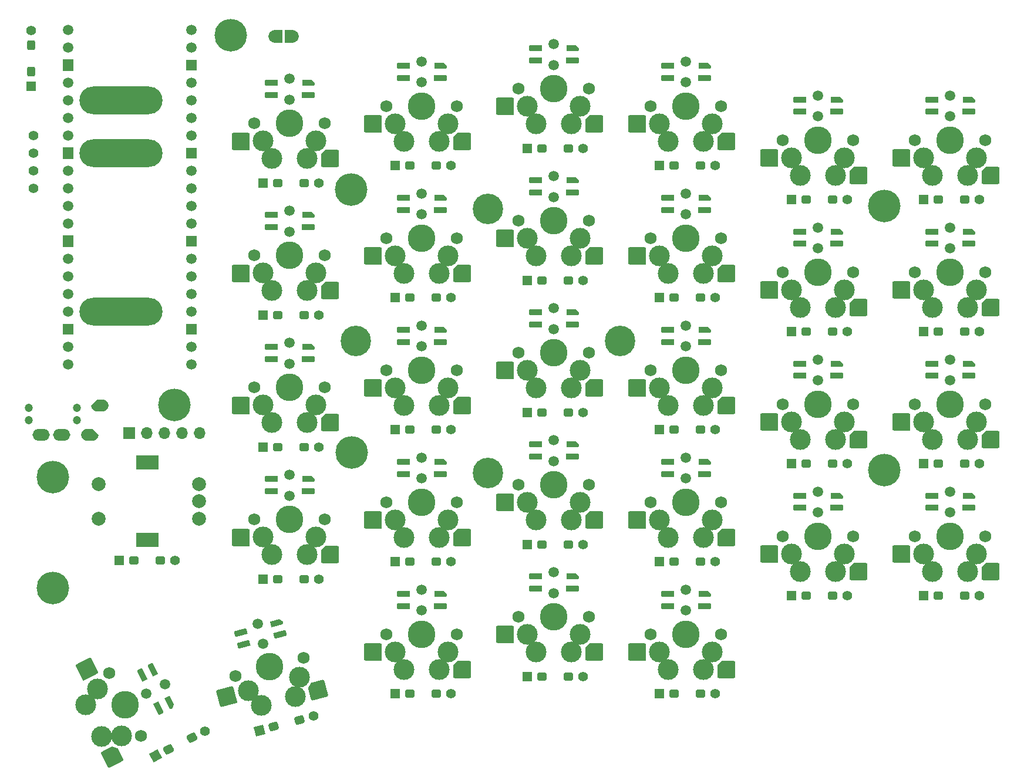
<source format=gts>
G04 #@! TF.GenerationSoftware,KiCad,Pcbnew,(7.0.0-0)*
G04 #@! TF.CreationDate,2023-05-29T18:30:05-07:00*
G04 #@! TF.ProjectId,sofel_v3b,736f6665-6c5f-4763-9362-2e6b69636164,rev?*
G04 #@! TF.SameCoordinates,Original*
G04 #@! TF.FileFunction,Soldermask,Top*
G04 #@! TF.FilePolarity,Negative*
%FSLAX46Y46*%
G04 Gerber Fmt 4.6, Leading zero omitted, Abs format (unit mm)*
G04 Created by KiCad (PCBNEW (7.0.0-0)) date 2023-05-29 18:30:05*
%MOMM*%
%LPD*%
G01*
G04 APERTURE LIST*
G04 Aperture macros list*
%AMRoundRect*
0 Rectangle with rounded corners*
0 $1 Rounding radius*
0 $2 $3 $4 $5 $6 $7 $8 $9 X,Y pos of 4 corners*
0 Add a 4 corners polygon primitive as box body*
4,1,4,$2,$3,$4,$5,$6,$7,$8,$9,$2,$3,0*
0 Add four circle primitives for the rounded corners*
1,1,$1+$1,$2,$3*
1,1,$1+$1,$4,$5*
1,1,$1+$1,$6,$7*
1,1,$1+$1,$8,$9*
0 Add four rect primitives between the rounded corners*
20,1,$1+$1,$2,$3,$4,$5,0*
20,1,$1+$1,$4,$5,$6,$7,0*
20,1,$1+$1,$6,$7,$8,$9,0*
20,1,$1+$1,$8,$9,$2,$3,0*%
%AMRotRect*
0 Rectangle, with rotation*
0 The origin of the aperture is its center*
0 $1 length*
0 $2 width*
0 $3 Rotation angle, in degrees counterclockwise*
0 Add horizontal line*
21,1,$1,$2,0,0,$3*%
%AMFreePoly0*
4,1,28,-0.850000,0.400000,-0.842219,0.514750,-0.797860,0.693119,-0.716195,0.857783,-0.601041,1.001041,-0.457783,1.116195,-0.293119,1.197860,-0.114750,1.242219,0.000000,1.250000,0.850000,0.400000,0.850000,-0.400000,0.842219,-0.514750,0.797860,-0.693119,0.716195,-0.857783,0.601041,-1.001041,0.457783,-1.116195,0.293119,-1.197860,0.114750,-1.242219,0.000000,-1.250000,-0.114750,-1.242219,
-0.293119,-1.197860,-0.457783,-1.116195,-0.601041,-1.001041,-0.716195,-0.857783,-0.797860,-0.693119,-0.842219,-0.514750,-0.850000,-0.400000,-0.850000,0.400000,-0.850000,0.400000,$1*%
%AMFreePoly1*
4,1,28,-0.850000,0.400000,-0.842219,0.514750,-0.797860,0.693119,-0.716195,0.857783,-0.601041,1.001041,-0.457783,1.116195,-0.293119,1.197860,-0.114750,1.242219,0.000000,1.250000,0.114750,1.242219,0.293119,1.197860,0.457783,1.116195,0.601041,1.001041,0.716195,0.857783,0.797860,0.693119,0.842219,0.514750,0.850000,0.400000,0.850000,-0.400000,0.000000,-1.250000,-0.114750,-1.242219,
-0.293119,-1.197860,-0.457783,-1.116195,-0.601041,-1.001041,-0.716195,-0.857783,-0.797860,-0.693119,-0.842219,-0.514750,-0.850000,-0.400000,-0.850000,0.400000,-0.850000,0.400000,$1*%
%AMFreePoly2*
4,1,21,-1.000000,0.000000,-0.988920,0.140791,-0.940222,0.322531,-0.854804,0.490175,-0.736396,0.636396,-0.590175,0.754804,-0.422531,0.840222,-0.240791,0.888920,-0.100000,0.900000,1.000000,0.900000,1.000000,-0.900000,-0.100000,-0.900000,-0.240791,-0.888920,-0.422531,-0.840222,-0.590175,-0.754804,-0.736396,-0.636396,-0.854804,-0.490175,-0.940222,-0.322531,-0.988920,-0.140791,-1.000000,0.000000,
-1.000000,0.000000,-1.000000,0.000000,$1*%
%AMFreePoly3*
4,1,20,-1.000000,0.900000,0.100000,0.900000,0.240791,0.888920,0.422531,0.840222,0.590175,0.754804,0.736396,0.636396,0.854804,0.490175,0.940222,0.322531,0.988920,0.140791,1.000000,0.000000,0.988920,-0.140791,0.940222,-0.322531,0.854804,-0.490175,0.736396,-0.636396,0.590175,-0.754804,0.422531,-0.840222,0.240791,-0.888920,0.100000,-0.900000,-1.000000,-0.900000,-1.000000,0.900000,
-1.000000,0.900000,$1*%
%AMFreePoly4*
4,1,13,-0.909999,0.212500,-0.893823,0.293820,-0.847759,0.362760,-0.778819,0.408824,-0.697499,0.425000,0.909999,0.425000,0.909999,-0.425000,-0.697499,-0.425000,-0.778819,-0.408824,-0.847759,-0.362760,-0.893823,-0.293820,-0.909999,-0.212500,-0.909999,0.212500,-0.909999,0.212500,$1*%
%AMFreePoly5*
4,1,13,-0.914999,0.212500,-0.898823,0.293820,-0.852759,0.362760,-0.783819,0.408824,-0.702499,0.425000,0.914999,0.425000,0.914999,-0.425000,-0.702499,-0.425000,-0.783819,-0.408824,-0.852759,-0.362760,-0.898823,-0.293820,-0.914999,-0.212500,-0.914999,0.212500,-0.914999,0.212500,$1*%
%AMFreePoly6*
4,1,18,-0.744993,0.210051,-0.729004,0.290434,-0.683470,0.358580,-0.615324,0.404114,-0.534941,0.420103,0.534941,0.420103,0.615324,0.404114,0.683470,0.358580,0.729004,0.290434,0.744993,0.210051,0.744993,-0.210051,0.729004,-0.290434,0.683470,-0.358580,0.615324,-0.404114,0.534941,-0.420103,-0.324890,-0.420103,-0.744993,0.000000,-0.744993,0.210051,-0.744993,0.210051,$1*%
%AMFreePoly7*
4,1,18,-1.275000,0.630000,-0.645000,1.260000,1.023000,1.260000,1.119436,1.240818,1.201191,1.186191,1.255818,1.104436,1.275000,1.008000,1.275000,-1.008000,1.255818,-1.104436,1.201191,-1.186191,1.119436,-1.240818,1.023000,-1.260000,-1.023000,-1.260000,-1.119436,-1.240818,-1.201191,-1.186191,-1.255818,-1.104436,-1.275000,-1.008000,-1.275000,0.630000,-1.275000,0.630000,$1*%
%AMFreePoly8*
4,1,17,-1.275000,1.008000,-1.255818,1.104436,-1.201191,1.186191,-1.119436,1.240818,-1.023000,1.260000,1.023000,1.260000,1.119436,1.240818,1.201191,1.186191,1.255818,1.104436,1.275000,1.008000,1.275000,-1.260000,-1.023000,-1.260000,-1.119436,-1.240818,-1.201191,-1.186191,-1.255818,-1.104436,-1.275000,-1.008000,-1.275000,1.008000,-1.275000,1.008000,$1*%
G04 Aperture macros list end*
%ADD10C,1.200000*%
%ADD11FreePoly0,90.000000*%
%ADD12FreePoly1,90.000000*%
%ADD13O,2.500000X1.700000*%
%ADD14C,1.397000*%
%ADD15C,2.000000*%
%ADD16R,3.200000X2.000000*%
%ADD17C,4.700000*%
%ADD18R,1.700000X1.700000*%
%ADD19O,1.700000X1.700000*%
%ADD20FreePoly2,180.000000*%
%ADD21FreePoly3,180.000000*%
%ADD22C,4.400000*%
%ADD23R,1.400000X1.400000*%
%ADD24RoundRect,0.300000X-0.400000X-0.300000X0.400000X-0.300000X0.400000X0.300000X-0.400000X0.300000X0*%
%ADD25C,1.400000*%
%ADD26RotRect,1.400000X1.400000X27.000000*%
%ADD27RoundRect,0.300000X-0.220205X-0.448898X0.492600X-0.085706X0.220205X0.448898X-0.492600X0.085706X0*%
%ADD28C,1.750000*%
%ADD29C,3.000000*%
%ADD30FreePoly4,0.000000*%
%ADD31FreePoly5,0.000000*%
%ADD32C,1.500000*%
%ADD33C,3.987800*%
%ADD34R,1.379987X0.840206*%
%ADD35FreePoly5,180.000000*%
%ADD36FreePoly6,180.000000*%
%ADD37FreePoly7,0.000000*%
%ADD38FreePoly8,0.000000*%
%ADD39FreePoly4,297.000000*%
%ADD40FreePoly5,297.000000*%
%ADD41RotRect,1.379987X0.840206X117.000000*%
%ADD42FreePoly5,117.000000*%
%ADD43FreePoly6,117.000000*%
%ADD44FreePoly7,297.000000*%
%ADD45FreePoly8,297.000000*%
%ADD46FreePoly4,15.000000*%
%ADD47FreePoly5,15.000000*%
%ADD48RotRect,1.379987X0.840206X195.000000*%
%ADD49FreePoly5,195.000000*%
%ADD50FreePoly6,195.000000*%
%ADD51FreePoly7,15.000000*%
%ADD52FreePoly8,15.000000*%
%ADD53RotRect,1.400000X1.400000X15.000000*%
%ADD54RoundRect,0.300000X-0.308725X-0.393305X0.464016X-0.186250X0.308725X0.393305X-0.464016X0.186250X0*%
%ADD55RoundRect,0.300000X0.300000X-0.400000X0.300000X0.400000X-0.300000X0.400000X-0.300000X-0.400000X0*%
%ADD56O,12.000000X4.000000*%
%ADD57R,1.500000X1.500000*%
%ADD58R,1.500000X1.700000*%
G04 APERTURE END LIST*
D10*
X82890000Y-92820000D03*
X89890000Y-92820000D03*
X82890000Y-91070000D03*
X89890000Y-91070000D03*
D11*
X93189999Y-90719999D03*
D12*
X91689999Y-94919999D03*
D13*
X87689999Y-94919999D03*
X84689999Y-94919999D03*
D14*
X83607500Y-59350000D03*
X83607500Y-56810000D03*
X83607500Y-54270000D03*
X83607500Y-51730000D03*
D15*
X107500000Y-107000000D03*
X107500000Y-102000000D03*
X107500000Y-104500000D03*
D16*
X99999999Y-110099999D03*
X99999999Y-98899999D03*
D15*
X93000000Y-102000000D03*
X93000000Y-107000000D03*
D17*
X206290000Y-61910000D03*
X206275000Y-100025000D03*
X129440000Y-59510000D03*
X129530000Y-97460000D03*
D18*
X97359999Y-94669999D03*
D19*
X99899999Y-94669999D03*
X102439999Y-94669999D03*
X104979999Y-94669999D03*
X107519999Y-94669999D03*
D20*
X120839999Y-37459999D03*
D21*
X118499999Y-37459999D03*
D22*
X130075000Y-81370000D03*
X149125000Y-62320000D03*
X149125000Y-100420000D03*
X168175000Y-81370000D03*
D17*
X86400000Y-117000000D03*
X112010000Y-37250000D03*
X103930000Y-90590000D03*
X86400000Y-101000000D03*
D23*
X116729999Y-58574999D03*
D24*
X118830000Y-58575000D03*
X122630000Y-58575000D03*
D25*
X124730000Y-58575000D03*
D23*
X135779999Y-56074999D03*
D24*
X137880000Y-56075000D03*
X141680000Y-56075000D03*
D25*
X143780000Y-56075000D03*
D23*
X154829999Y-53609999D03*
D24*
X156930000Y-53610000D03*
X160730000Y-53610000D03*
D25*
X162830000Y-53610000D03*
D23*
X173879999Y-56074999D03*
D24*
X175980000Y-56075000D03*
X179780000Y-56075000D03*
D25*
X181880000Y-56075000D03*
D23*
X192929999Y-60974999D03*
D24*
X195030000Y-60975000D03*
X198830000Y-60975000D03*
D25*
X200930000Y-60975000D03*
D23*
X211979999Y-60974999D03*
D24*
X214080000Y-60975000D03*
X217880000Y-60975000D03*
D25*
X219980000Y-60975000D03*
D23*
X116729999Y-96674999D03*
D24*
X118830000Y-96675000D03*
X122630000Y-96675000D03*
D25*
X124730000Y-96675000D03*
D23*
X116729999Y-115724999D03*
D24*
X118830000Y-115725000D03*
X122630000Y-115725000D03*
D25*
X124730000Y-115725000D03*
D23*
X95999999Y-113039999D03*
D24*
X98100000Y-113040000D03*
X101900000Y-113040000D03*
D25*
X104000000Y-113040000D03*
D26*
X101193061Y-141278543D03*
D27*
X103064176Y-140325164D03*
X106450000Y-138600000D03*
D25*
X108321114Y-137646620D03*
D28*
X115470000Y-50000000D03*
X115470000Y-50000000D03*
D29*
X116740000Y-52540000D03*
D30*
X117860000Y-45904999D03*
D31*
X117865000Y-44144999D03*
D29*
X118010000Y-55080000D03*
D32*
X120550000Y-43570000D03*
X120550000Y-46569730D03*
D33*
X120550000Y-50000000D03*
X120550000Y-50000000D03*
D34*
X123019999Y-44149999D03*
D29*
X123090000Y-55080000D03*
D35*
X123234999Y-45904999D03*
D36*
X123404986Y-44149999D03*
D29*
X124360000Y-52540000D03*
D28*
X125630000Y-50000000D03*
X125630000Y-50000000D03*
D37*
X126391999Y-55069999D03*
D38*
X113464999Y-52549999D03*
D28*
X153570000Y-45000000D03*
X153570000Y-45000000D03*
D29*
X154840000Y-47540000D03*
D30*
X155960000Y-40904999D03*
D31*
X155965000Y-39144999D03*
D29*
X156110000Y-50080000D03*
D32*
X158650000Y-38570000D03*
X158650000Y-41569730D03*
D33*
X158650000Y-45000000D03*
X158650000Y-45000000D03*
D34*
X161119999Y-39149999D03*
D29*
X161190000Y-50080000D03*
D35*
X161334999Y-40904999D03*
D36*
X161504986Y-39149999D03*
D29*
X162460000Y-47540000D03*
D28*
X163730000Y-45000000D03*
X163730000Y-45000000D03*
D37*
X164491999Y-50069999D03*
D38*
X151564999Y-47549999D03*
D28*
X115470000Y-88100000D03*
X115470000Y-88100000D03*
D29*
X116740000Y-90640000D03*
D30*
X117860000Y-84004999D03*
D31*
X117865000Y-82244999D03*
D29*
X118010000Y-93180000D03*
D32*
X120550000Y-81670000D03*
X120550000Y-84669730D03*
D33*
X120550000Y-88100000D03*
X120550000Y-88100000D03*
D34*
X123019999Y-82249999D03*
D29*
X123090000Y-93180000D03*
D35*
X123234999Y-84004999D03*
D36*
X123404986Y-82249999D03*
D29*
X124360000Y-90640000D03*
D28*
X125630000Y-88100000D03*
X125630000Y-88100000D03*
D37*
X126391999Y-93169999D03*
D38*
X113464999Y-90649999D03*
D28*
X134520000Y-85600000D03*
X134520000Y-85600000D03*
D29*
X135790000Y-88140000D03*
D30*
X136910000Y-81504999D03*
D31*
X136915000Y-79744999D03*
D29*
X137060000Y-90680000D03*
D32*
X139600000Y-79170000D03*
X139600000Y-82169730D03*
D33*
X139600000Y-85600000D03*
X139600000Y-85600000D03*
D34*
X142069999Y-79749999D03*
D29*
X142140000Y-90680000D03*
D35*
X142284999Y-81504999D03*
D36*
X142454986Y-79749999D03*
D29*
X143410000Y-88140000D03*
D28*
X144680000Y-85600000D03*
X144680000Y-85600000D03*
D37*
X145441999Y-90669999D03*
D38*
X132514999Y-88149999D03*
D28*
X153570000Y-102150000D03*
X153570000Y-102150000D03*
D29*
X154840000Y-104690000D03*
D30*
X155960000Y-98054999D03*
D31*
X155965000Y-96294999D03*
D29*
X156110000Y-107230000D03*
D32*
X158650000Y-95720000D03*
X158650000Y-98719730D03*
D33*
X158650000Y-102150000D03*
X158650000Y-102150000D03*
D34*
X161119999Y-96299999D03*
D29*
X161190000Y-107230000D03*
D35*
X161334999Y-98054999D03*
D36*
X161504986Y-96299999D03*
D29*
X162460000Y-104690000D03*
D28*
X163730000Y-102150000D03*
X163730000Y-102150000D03*
D37*
X164491999Y-107219999D03*
D38*
X151564999Y-104699999D03*
D28*
X191670000Y-109550000D03*
X191670000Y-109550000D03*
D29*
X192940000Y-112090000D03*
D30*
X194060000Y-105454999D03*
D31*
X194065000Y-103694999D03*
D29*
X194210000Y-114630000D03*
D32*
X196750000Y-103120000D03*
X196750000Y-106119730D03*
D33*
X196750000Y-109550000D03*
X196750000Y-109550000D03*
D34*
X199219999Y-103699999D03*
D29*
X199290000Y-114630000D03*
D35*
X199434999Y-105454999D03*
D36*
X199604986Y-103699999D03*
D29*
X200560000Y-112090000D03*
D28*
X201830000Y-109550000D03*
X201830000Y-109550000D03*
D37*
X202591999Y-114619999D03*
D38*
X189664999Y-112099999D03*
D28*
X94489474Y-129314496D03*
X94489474Y-129314496D03*
D29*
X92802886Y-131599210D03*
D39*
X99223183Y-129584910D03*
D40*
X100793624Y-128790342D03*
D29*
X91116297Y-133883924D03*
D32*
X102524918Y-130921650D03*
X99852139Y-132283499D03*
D33*
X96795746Y-133840809D03*
X96795746Y-133840809D03*
D41*
X103129490Y-133385750D03*
D29*
X93422569Y-138410237D03*
D42*
X101663381Y-134374069D03*
D43*
X103304270Y-133728776D03*
D29*
X96262293Y-138388680D03*
D28*
X99102018Y-138367122D03*
X99102018Y-138367122D03*
D44*
X94930554Y-141347800D03*
D45*
X91307156Y-128685703D03*
D28*
X112693097Y-129714801D03*
X112693097Y-129714801D03*
D29*
X114577223Y-131839552D03*
D46*
X113941796Y-125140756D03*
D47*
X113491104Y-123439432D03*
D29*
X116461349Y-133964304D03*
D32*
X115935794Y-122189097D03*
X116712181Y-125086614D03*
D33*
X117600000Y-128400000D03*
X117600000Y-128400000D03*
D48*
X118471744Y-122110050D03*
D29*
X121368252Y-132649503D03*
D49*
X119133646Y-123749604D03*
D50*
X118843613Y-122010408D03*
D29*
X121937578Y-129867351D03*
D28*
X122506903Y-127085199D03*
X122506903Y-127085199D03*
D51*
X124555150Y-131785222D03*
D52*
X111416403Y-132696843D03*
D28*
X210720000Y-71450000D03*
X210720000Y-71450000D03*
D29*
X211990000Y-73990000D03*
D30*
X213110000Y-67354999D03*
D31*
X213115000Y-65594999D03*
D29*
X213260000Y-76530000D03*
D32*
X215800000Y-65020000D03*
X215800000Y-68019730D03*
D33*
X215800000Y-71450000D03*
X215800000Y-71450000D03*
D34*
X218269999Y-65599999D03*
D29*
X218340000Y-76530000D03*
D35*
X218484999Y-67354999D03*
D36*
X218654986Y-65599999D03*
D29*
X219610000Y-73990000D03*
D28*
X220880000Y-71450000D03*
X220880000Y-71450000D03*
D37*
X221641999Y-76519999D03*
D38*
X208714999Y-73999999D03*
D28*
X210720000Y-90500000D03*
X210720000Y-90500000D03*
D29*
X211990000Y-93040000D03*
D30*
X213110000Y-86404999D03*
D31*
X213115000Y-84644999D03*
D29*
X213260000Y-95580000D03*
D32*
X215800000Y-84070000D03*
X215800000Y-87069730D03*
D33*
X215800000Y-90500000D03*
X215800000Y-90500000D03*
D34*
X218269999Y-84649999D03*
D29*
X218340000Y-95580000D03*
D35*
X218484999Y-86404999D03*
D36*
X218654986Y-84649999D03*
D29*
X219610000Y-93040000D03*
D28*
X220880000Y-90500000D03*
X220880000Y-90500000D03*
D37*
X221641999Y-95569999D03*
D38*
X208714999Y-93049999D03*
D28*
X210720000Y-109550000D03*
X210720000Y-109550000D03*
D29*
X211990000Y-112090000D03*
D30*
X213110000Y-105454999D03*
D31*
X213115000Y-103694999D03*
D29*
X213260000Y-114630000D03*
D32*
X215800000Y-103120000D03*
X215800000Y-106119730D03*
D33*
X215800000Y-109550000D03*
X215800000Y-109550000D03*
D34*
X218269999Y-103699999D03*
D29*
X218340000Y-114630000D03*
D35*
X218484999Y-105454999D03*
D36*
X218654986Y-103699999D03*
D29*
X219610000Y-112090000D03*
D28*
X220880000Y-109550000D03*
X220880000Y-109550000D03*
D37*
X221641999Y-114619999D03*
D38*
X208714999Y-112099999D03*
D28*
X172620000Y-47500000D03*
X172620000Y-47500000D03*
D29*
X173890000Y-50040000D03*
D30*
X175010000Y-43404999D03*
D31*
X175015000Y-41644999D03*
D29*
X175160000Y-52580000D03*
D32*
X177700000Y-41070000D03*
X177700000Y-44069730D03*
D33*
X177700000Y-47500000D03*
X177700000Y-47500000D03*
D34*
X180169999Y-41649999D03*
D29*
X180240000Y-52580000D03*
D35*
X180384999Y-43404999D03*
D36*
X180554986Y-41649999D03*
D29*
X181510000Y-50040000D03*
D28*
X182780000Y-47500000D03*
X182780000Y-47500000D03*
D37*
X183541999Y-52569999D03*
D38*
X170614999Y-50049999D03*
D23*
X116729999Y-77674999D03*
D24*
X118830000Y-77675000D03*
X122630000Y-77675000D03*
D25*
X124730000Y-77675000D03*
D23*
X135779999Y-75124999D03*
D24*
X137880000Y-75125000D03*
X141680000Y-75125000D03*
D25*
X143780000Y-75125000D03*
D23*
X154829999Y-72624999D03*
D24*
X156930000Y-72625000D03*
X160730000Y-72625000D03*
D25*
X162830000Y-72625000D03*
D23*
X173879999Y-75124999D03*
D24*
X175980000Y-75125000D03*
X179780000Y-75125000D03*
D25*
X181880000Y-75125000D03*
D23*
X192929999Y-80024999D03*
D24*
X195030000Y-80025000D03*
X198830000Y-80025000D03*
D25*
X200930000Y-80025000D03*
D23*
X211979999Y-80024999D03*
D24*
X214080000Y-80025000D03*
X217880000Y-80025000D03*
D25*
X219980000Y-80025000D03*
D28*
X191670000Y-52400000D03*
X191670000Y-52400000D03*
D29*
X192940000Y-54940000D03*
D30*
X194060000Y-48304999D03*
D31*
X194065000Y-46544999D03*
D29*
X194210000Y-57480000D03*
D32*
X196750000Y-45970000D03*
X196750000Y-48969730D03*
D33*
X196750000Y-52400000D03*
X196750000Y-52400000D03*
D34*
X199219999Y-46549999D03*
D29*
X199290000Y-57480000D03*
D35*
X199434999Y-48304999D03*
D36*
X199604986Y-46549999D03*
D29*
X200560000Y-54940000D03*
D28*
X201830000Y-52400000D03*
X201830000Y-52400000D03*
D37*
X202591999Y-57469999D03*
D38*
X189664999Y-54949999D03*
D28*
X134520000Y-66550000D03*
X134520000Y-66550000D03*
D29*
X135790000Y-69090000D03*
D30*
X136910000Y-62454999D03*
D31*
X136915000Y-60694999D03*
D29*
X137060000Y-71630000D03*
D32*
X139600000Y-60120000D03*
X139600000Y-63119730D03*
D33*
X139600000Y-66550000D03*
X139600000Y-66550000D03*
D34*
X142069999Y-60699999D03*
D29*
X142140000Y-71630000D03*
D35*
X142284999Y-62454999D03*
D36*
X142454986Y-60699999D03*
D29*
X143410000Y-69090000D03*
D28*
X144680000Y-66550000D03*
X144680000Y-66550000D03*
D37*
X145441999Y-71619999D03*
D38*
X132514999Y-69099999D03*
D28*
X172620000Y-66550000D03*
X172620000Y-66550000D03*
D29*
X173890000Y-69090000D03*
D30*
X175010000Y-62454999D03*
D31*
X175015000Y-60694999D03*
D29*
X175160000Y-71630000D03*
D32*
X177700000Y-60120000D03*
X177700000Y-63119730D03*
D33*
X177700000Y-66550000D03*
X177700000Y-66550000D03*
D34*
X180169999Y-60699999D03*
D29*
X180240000Y-71630000D03*
D35*
X180384999Y-62454999D03*
D36*
X180554986Y-60699999D03*
D29*
X181510000Y-69090000D03*
D28*
X182780000Y-66550000D03*
X182780000Y-66550000D03*
D37*
X183541999Y-71619999D03*
D38*
X170614999Y-69099999D03*
D28*
X153570000Y-64050000D03*
X153570000Y-64050000D03*
D29*
X154840000Y-66590000D03*
D30*
X155960000Y-59954999D03*
D31*
X155965000Y-58194999D03*
D29*
X156110000Y-69130000D03*
D32*
X158650000Y-57620000D03*
X158650000Y-60619730D03*
D33*
X158650000Y-64050000D03*
X158650000Y-64050000D03*
D34*
X161119999Y-58199999D03*
D29*
X161190000Y-69130000D03*
D35*
X161334999Y-59954999D03*
D36*
X161504986Y-58199999D03*
D29*
X162460000Y-66590000D03*
D28*
X163730000Y-64050000D03*
X163730000Y-64050000D03*
D37*
X164491999Y-69119999D03*
D38*
X151564999Y-66599999D03*
D28*
X172620000Y-85600000D03*
X172620000Y-85600000D03*
D29*
X173890000Y-88140000D03*
D30*
X175010000Y-81504999D03*
D31*
X175015000Y-79744999D03*
D29*
X175160000Y-90680000D03*
D32*
X177700000Y-79170000D03*
X177700000Y-82169730D03*
D33*
X177700000Y-85600000D03*
X177700000Y-85600000D03*
D34*
X180169999Y-79749999D03*
D29*
X180240000Y-90680000D03*
D35*
X180384999Y-81504999D03*
D36*
X180554986Y-79749999D03*
D29*
X181510000Y-88140000D03*
D28*
X182780000Y-85600000D03*
X182780000Y-85600000D03*
D37*
X183541999Y-90669999D03*
D38*
X170614999Y-88149999D03*
D28*
X210720000Y-52400000D03*
X210720000Y-52400000D03*
D29*
X211990000Y-54940000D03*
D30*
X213110000Y-48304999D03*
D31*
X213115000Y-46544999D03*
D29*
X213260000Y-57480000D03*
D32*
X215800000Y-45970000D03*
X215800000Y-48969730D03*
D33*
X215800000Y-52400000D03*
X215800000Y-52400000D03*
D34*
X218269999Y-46549999D03*
D29*
X218340000Y-57480000D03*
D35*
X218484999Y-48304999D03*
D36*
X218654986Y-46549999D03*
D29*
X219610000Y-54940000D03*
D28*
X220880000Y-52400000D03*
X220880000Y-52400000D03*
D37*
X221641999Y-57469999D03*
D38*
X208714999Y-54949999D03*
D28*
X115470000Y-69050000D03*
X115470000Y-69050000D03*
D29*
X116740000Y-71590000D03*
D30*
X117860000Y-64954999D03*
D31*
X117865000Y-63194999D03*
D29*
X118010000Y-74130000D03*
D32*
X120550000Y-62620000D03*
X120550000Y-65619730D03*
D33*
X120550000Y-69050000D03*
X120550000Y-69050000D03*
D34*
X123019999Y-63199999D03*
D29*
X123090000Y-74130000D03*
D35*
X123234999Y-64954999D03*
D36*
X123404986Y-63199999D03*
D29*
X124360000Y-71590000D03*
D28*
X125630000Y-69050000D03*
X125630000Y-69050000D03*
D37*
X126391999Y-74119999D03*
D38*
X113464999Y-71599999D03*
D28*
X172620000Y-123700000D03*
X172620000Y-123700000D03*
D29*
X173890000Y-126240000D03*
D30*
X175010000Y-119604999D03*
D31*
X175015000Y-117844999D03*
D29*
X175160000Y-128780000D03*
D32*
X177700000Y-117270000D03*
X177700000Y-120269730D03*
D33*
X177700000Y-123700000D03*
X177700000Y-123700000D03*
D34*
X180169999Y-117849999D03*
D29*
X180240000Y-128780000D03*
D35*
X180384999Y-119604999D03*
D36*
X180554986Y-117849999D03*
D29*
X181510000Y-126240000D03*
D28*
X182780000Y-123700000D03*
X182780000Y-123700000D03*
D37*
X183541999Y-128769999D03*
D38*
X170614999Y-126249999D03*
D28*
X191670000Y-71450000D03*
X191670000Y-71450000D03*
D29*
X192940000Y-73990000D03*
D30*
X194060000Y-67354999D03*
D31*
X194065000Y-65594999D03*
D29*
X194210000Y-76530000D03*
D32*
X196750000Y-65020000D03*
X196750000Y-68019730D03*
D33*
X196750000Y-71450000D03*
X196750000Y-71450000D03*
D34*
X199219999Y-65599999D03*
D29*
X199290000Y-76530000D03*
D35*
X199434999Y-67354999D03*
D36*
X199604986Y-65599999D03*
D29*
X200560000Y-73990000D03*
D28*
X201830000Y-71450000D03*
X201830000Y-71450000D03*
D37*
X202591999Y-76519999D03*
D38*
X189664999Y-73999999D03*
D28*
X172620000Y-104650000D03*
X172620000Y-104650000D03*
D29*
X173890000Y-107190000D03*
D30*
X175010000Y-100554999D03*
D31*
X175015000Y-98794999D03*
D29*
X175160000Y-109730000D03*
D32*
X177700000Y-98220000D03*
X177700000Y-101219730D03*
D33*
X177700000Y-104650000D03*
X177700000Y-104650000D03*
D34*
X180169999Y-98799999D03*
D29*
X180240000Y-109730000D03*
D35*
X180384999Y-100554999D03*
D36*
X180554986Y-98799999D03*
D29*
X181510000Y-107190000D03*
D28*
X182780000Y-104650000D03*
X182780000Y-104650000D03*
D37*
X183541999Y-109719999D03*
D38*
X170614999Y-107199999D03*
D28*
X191670000Y-90500000D03*
X191670000Y-90500000D03*
D29*
X192940000Y-93040000D03*
D30*
X194060000Y-86404999D03*
D31*
X194065000Y-84644999D03*
D29*
X194210000Y-95580000D03*
D32*
X196750000Y-84070000D03*
X196750000Y-87069730D03*
D33*
X196750000Y-90500000D03*
X196750000Y-90500000D03*
D34*
X199219999Y-84649999D03*
D29*
X199290000Y-95580000D03*
D35*
X199434999Y-86404999D03*
D36*
X199604986Y-84649999D03*
D29*
X200560000Y-93040000D03*
D28*
X201830000Y-90500000D03*
X201830000Y-90500000D03*
D37*
X202591999Y-95569999D03*
D38*
X189664999Y-93049999D03*
D28*
X153570000Y-121200000D03*
X153570000Y-121200000D03*
D29*
X154840000Y-123740000D03*
D30*
X155960000Y-117104999D03*
D31*
X155965000Y-115344999D03*
D29*
X156110000Y-126280000D03*
D32*
X158650000Y-114770000D03*
X158650000Y-117769730D03*
D33*
X158650000Y-121200000D03*
X158650000Y-121200000D03*
D34*
X161119999Y-115349999D03*
D29*
X161190000Y-126280000D03*
D35*
X161334999Y-117104999D03*
D36*
X161504986Y-115349999D03*
D29*
X162460000Y-123740000D03*
D28*
X163730000Y-121200000D03*
X163730000Y-121200000D03*
D37*
X164491999Y-126269999D03*
D38*
X151564999Y-123749999D03*
D28*
X153570000Y-83100000D03*
X153570000Y-83100000D03*
D29*
X154840000Y-85640000D03*
D30*
X155960000Y-79004999D03*
D31*
X155965000Y-77244999D03*
D29*
X156110000Y-88180000D03*
D32*
X158650000Y-76670000D03*
X158650000Y-79669730D03*
D33*
X158650000Y-83100000D03*
X158650000Y-83100000D03*
D34*
X161119999Y-77249999D03*
D29*
X161190000Y-88180000D03*
D35*
X161334999Y-79004999D03*
D36*
X161504986Y-77249999D03*
D29*
X162460000Y-85640000D03*
D28*
X163730000Y-83100000D03*
X163730000Y-83100000D03*
D37*
X164491999Y-88169999D03*
D38*
X151564999Y-85649999D03*
D28*
X134520000Y-47500000D03*
X134520000Y-47500000D03*
D29*
X135790000Y-50040000D03*
D30*
X136910000Y-43404999D03*
D31*
X136915000Y-41644999D03*
D29*
X137060000Y-52580000D03*
D32*
X139600000Y-41070000D03*
X139600000Y-44069730D03*
D33*
X139600000Y-47500000D03*
X139600000Y-47500000D03*
D34*
X142069999Y-41649999D03*
D29*
X142140000Y-52580000D03*
D35*
X142284999Y-43404999D03*
D36*
X142454986Y-41649999D03*
D29*
X143410000Y-50040000D03*
D28*
X144680000Y-47500000D03*
X144680000Y-47500000D03*
D37*
X145441999Y-52569999D03*
D38*
X132514999Y-50049999D03*
D53*
X116221037Y-137567031D03*
D54*
X118249482Y-137023512D03*
X121920000Y-136040000D03*
D25*
X123948444Y-135496480D03*
D28*
X134520000Y-104650000D03*
X134520000Y-104650000D03*
D29*
X135790000Y-107190000D03*
D30*
X136910000Y-100554999D03*
D31*
X136915000Y-98794999D03*
D29*
X137060000Y-109730000D03*
D32*
X139600000Y-98220000D03*
X139600000Y-101219730D03*
D33*
X139600000Y-104650000D03*
X139600000Y-104650000D03*
D34*
X142069999Y-98799999D03*
D29*
X142140000Y-109730000D03*
D35*
X142284999Y-100554999D03*
D36*
X142454986Y-98799999D03*
D29*
X143410000Y-107190000D03*
D28*
X144680000Y-104650000D03*
X144680000Y-104650000D03*
D37*
X145441999Y-109719999D03*
D38*
X132514999Y-107199999D03*
D23*
X154829999Y-91674999D03*
D24*
X156930000Y-91675000D03*
X160730000Y-91675000D03*
D25*
X162830000Y-91675000D03*
D23*
X192929999Y-99074999D03*
D24*
X195030000Y-99075000D03*
X198830000Y-99075000D03*
D25*
X200930000Y-99075000D03*
D23*
X211979999Y-99074999D03*
D24*
X214080000Y-99075000D03*
X217880000Y-99075000D03*
D25*
X219980000Y-99075000D03*
D23*
X135779999Y-132274999D03*
D24*
X137880000Y-132275000D03*
X141680000Y-132275000D03*
D25*
X143780000Y-132275000D03*
D23*
X154829999Y-129774999D03*
D24*
X156930000Y-129775000D03*
X160730000Y-129775000D03*
D25*
X162830000Y-129775000D03*
D23*
X211979999Y-118124999D03*
D24*
X214080000Y-118125000D03*
X217880000Y-118125000D03*
D25*
X219980000Y-118125000D03*
D23*
X135779999Y-113224999D03*
D24*
X137880000Y-113225000D03*
X141680000Y-113225000D03*
D25*
X143780000Y-113225000D03*
D23*
X154829999Y-110724999D03*
D24*
X156930000Y-110725000D03*
X160730000Y-110725000D03*
D25*
X162830000Y-110725000D03*
D23*
X173879999Y-113224999D03*
D24*
X175980000Y-113225000D03*
X179780000Y-113225000D03*
D25*
X181880000Y-113225000D03*
D23*
X192929999Y-118124999D03*
D24*
X195030000Y-118125000D03*
X198830000Y-118125000D03*
D25*
X200930000Y-118125000D03*
D23*
X135779999Y-94174999D03*
D24*
X137880000Y-94175000D03*
X141680000Y-94175000D03*
D25*
X143780000Y-94175000D03*
D23*
X173879999Y-132274999D03*
D24*
X175980000Y-132275000D03*
X179780000Y-132275000D03*
D25*
X181880000Y-132275000D03*
D28*
X134520000Y-123700000D03*
X134520000Y-123700000D03*
D29*
X135790000Y-126240000D03*
D30*
X136910000Y-119604999D03*
D31*
X136915000Y-117844999D03*
D29*
X137060000Y-128780000D03*
D32*
X139600000Y-117270000D03*
X139600000Y-120269730D03*
D33*
X139600000Y-123700000D03*
X139600000Y-123700000D03*
D34*
X142069999Y-117849999D03*
D29*
X142140000Y-128780000D03*
D35*
X142284999Y-119604999D03*
D36*
X142454986Y-117849999D03*
D29*
X143410000Y-126240000D03*
D28*
X144680000Y-123700000D03*
X144680000Y-123700000D03*
D37*
X145441999Y-128769999D03*
D38*
X132514999Y-126249999D03*
D23*
X83301249Y-44597499D03*
D55*
X83301250Y-42497500D03*
X83301250Y-38697500D03*
D25*
X83301250Y-36597500D03*
D23*
X173879999Y-94174999D03*
D24*
X175980000Y-94175000D03*
X179780000Y-94175000D03*
D25*
X181880000Y-94175000D03*
D28*
X115470000Y-107150000D03*
X115470000Y-107150000D03*
D29*
X116740000Y-109690000D03*
D30*
X117860000Y-103054999D03*
D31*
X117865000Y-101294999D03*
D29*
X118010000Y-112230000D03*
D32*
X120550000Y-100720000D03*
X120550000Y-103719730D03*
D33*
X120550000Y-107150000D03*
X120550000Y-107150000D03*
D34*
X123019999Y-101299999D03*
D29*
X123090000Y-112230000D03*
D35*
X123234999Y-103054999D03*
D36*
X123404986Y-101299999D03*
D29*
X124360000Y-109690000D03*
D28*
X125630000Y-107150000D03*
X125630000Y-107150000D03*
D37*
X126391999Y-112219999D03*
D38*
X113464999Y-109699999D03*
D56*
X96202499Y-77164864D03*
X96202499Y-54304864D03*
X96202499Y-46684864D03*
D32*
X106372500Y-36524865D03*
X106372500Y-39064865D03*
D57*
X106372499Y-41604864D03*
D32*
X106372500Y-44144865D03*
X106372500Y-46684865D03*
X106372500Y-49224865D03*
X106372500Y-51764865D03*
D57*
X106372499Y-54304864D03*
D32*
X106372500Y-56844865D03*
X106372500Y-59384865D03*
X106372500Y-61924865D03*
X106372500Y-64464865D03*
D57*
X106372499Y-67004864D03*
D32*
X106372500Y-69544865D03*
X106372500Y-72084865D03*
X106372500Y-74624865D03*
X106372500Y-77164865D03*
D57*
X106372499Y-79704864D03*
D32*
X106372500Y-82244865D03*
X106372500Y-84784865D03*
X88592500Y-84784865D03*
X88592500Y-82244865D03*
D57*
X88592499Y-79704864D03*
D32*
X88592500Y-77164865D03*
X88592500Y-74624865D03*
X88592500Y-72084865D03*
X88592500Y-69544865D03*
D58*
X88592499Y-67004864D03*
D32*
X88592500Y-64464865D03*
X88592500Y-61924865D03*
X88592500Y-59384865D03*
X88592500Y-56844865D03*
D58*
X88592499Y-54304864D03*
D32*
X88592500Y-51764865D03*
X88592500Y-49224865D03*
X88592500Y-46684865D03*
X88592500Y-44144865D03*
D58*
X88592499Y-41604864D03*
D32*
X88592500Y-39064865D03*
X88592500Y-36524865D03*
M02*

</source>
